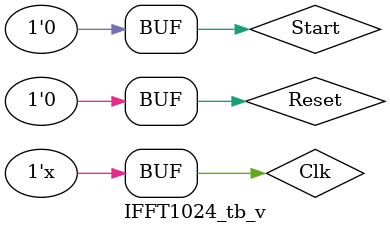
<source format=v>
`timescale 1ns / 1ps

module IFFT1024_tb_v;
	parameter PRE = 32;
		
	reg Clk;
	reg Reset, Start, Ack;
	reg signed [PRE-1:0] X_Re [1023:0];
	reg signed [PRE-1:0] X_Im [1023:0];
	integer timestamp;
	
	// Outputs
	wire [3:0] state;
	wire Done;
	wire signed [31:0] x_top_re;
	wire signed [31:0] x_top_im;
	wire signed [31:0] x_bot_re;
	wire signed [31:0] x_bot_im;	
	wire signed [31:0] x_re_0, x_re_1, x_re_2, x_re_3, x_re_4, x_re_5, x_re_6, x_re_7;
	wire signed [31:0] x_im_0, x_im_1, x_im_2, x_im_3, x_im_4, x_im_5, x_im_6, x_im_7;
	assign x_re_0 = X_Re[0];
	assign x_re_1 = X_Re[1];
	assign x_re_2 = X_Re[2];
	assign x_re_3 = X_Re[3];
	assign x_re_4 = X_Re[4];
	assign x_re_5 = X_Re[5];
	assign x_re_6 = X_Re[6];
	assign x_re_7 = X_Re[7];
	assign x_im_0 = X_Im[0];
	assign x_im_1 = X_Im[1];
	assign x_im_2 = X_Im[2];
	assign x_im_3 = X_Im[3];
	assign x_im_4 = X_Im[4];
	assign x_im_5 = X_Im[5];
	assign x_im_6 = X_Im[6];
	assign x_im_7 = X_Im[7];	
	
	// Internal
	wire signed [31:0] y_top_re;
	wire signed [31:0] y_top_im;
	wire signed [31:0] y_bot_re;
	wire signed [31:0] y_bot_im;
	wire [9:0]  i_top, i_bot;
	assign x_top_re = X_Re[i_top];
	assign x_top_im = X_Im[i_top];
	assign x_bot_re = X_Re[i_bot];
	assign x_bot_im = X_Im[i_bot];
	
		
	
	// Instantiate the Unit Under Test (UUT)
	FFT1024 uut_ifft (
		//	Ins
		.Clk(Clk),
		.Reset(Reset),
		.Start(Start),
		.Ack(Ack),
		// Swap the reals and ims
		.x_top_re(X_Im[i_top]),
		.x_top_im(X_Re[i_top]),
		.x_bot_re(X_Im[i_bot]),
		.x_bot_im(X_Re[i_bot]),
		//	Outs
		.i_top(i_top),
		.i_bot(i_bot),
		// Swap reals and ims
		.y_top_re(y_top_im),
		.y_top_im(y_top_re),
		.y_bot_re(y_bot_im),
		.y_bot_im(y_bot_re),
		.Done(Done),
		.state(state)
	);
	
	
	initial
	begin
		Clk = 0; // Initialize clock
		Start = 0;
		Reset = 0;
	end
	
	// Keep clock running
	always
	begin
		#20; 
		Clk = ~ Clk; 
	end
	
	//	Here's how to use the butterfly unit
	always @(posedge Clk)
	begin
		timestamp <= timestamp + 1;
		case(state)
			4'd1: //Done
			begin
				$display("X[0]=%d + i%d", X_Re[0]>>>10, X_Im[0]>>>10);
				$display("X[1]=%d + i%d", X_Re[1]>>>10, X_Im[1]>>>10);
				$display("X[2]=%d + i%d", X_Re[2]>>>10, X_Im[2]>>>10);
				$display("X[3]=%d + i%d", X_Re[3]>>>10, X_Im[3]>>>10);
				$display("X[4]=%d + i%d", X_Re[4]>>>10, X_Im[4]>>>10);
				$display("X[5]=%d + i%d", X_Re[5]>>>10, X_Im[5]>>>10);
				$display("X[6]=%d + i%d", X_Re[6]>>>10, X_Im[6]>>>10);
				$display("X[7]=%d + i%d", X_Re[7]>>>10, X_Im[7]>>>10);
				Ack = 1;
			end
			4'd2: //Proc
			begin
				$display("Time: %d", timestamp);
				$display("  i_top %b i_bot %b", i_top, i_bot);
				$display("  x_top_re %d x_bot_re %d", X_Re[i_top], X_Re[i_bot]);
				$display("  y_top %d + i%d y_bot %d + i%d", y_top_re, y_top_im, y_bot_re, y_bot_im);
				X_Re[i_top] <= y_top_re;
				X_Im[i_top] <= y_top_im;
				X_Re[i_bot] <= y_bot_re;
				X_Im[i_bot] <= y_bot_im;
			end
		endcase
	end
	
	//	Just setup
	initial
	begin
		timestamp = 0;
		Start = 0;
		Reset = 0;
		Ack = 0;
		#10
		Reset = 1;
		#200
		// IFFT
		X_Re[0]=32'd87845; X_Re[512]=32'd3344; X_Re[256]=32'd8055; X_Re[768]=-32'd3237; X_Re[128]=-32'd3178; X_Re[640]=-32'd8097; X_Re[384]=-32'd13493; X_Re[896]=-32'd45742; X_Re[64]=-32'd5662; X_Re[576]=-32'd166613; X_Re[320]=-32'd45666; X_Re[832]=32'd71943; X_Re[192]=-32'd7187; X_Re[704]=-32'd40016; X_Re[448]=32'd2080; X_Re[960]=32'd16013; X_Re[32]=-32'd12426; X_Re[544]=32'd41019; X_Re[288]=-32'd32079; X_Re[800]=-32'd54871; X_Re[160]=32'd1037; X_Re[672]=-32'd19342; X_Re[416]=-32'd4748; X_Re[928]=32'd13800; X_Re[96]=-32'd5577; X_Re[608]=32'd2592; X_Re[352]=32'd41646; X_Re[864]=-32'd73347; X_Re[224]=-32'd34797; X_Re[736]=-32'd23890; X_Re[480]=-32'd38433; X_Re[992]=-32'd23713; X_Re[16]=-32'd20014; X_Re[528]=-32'd10798; X_Re[272]=-32'd22086; X_Re[784]=32'd31774; X_Re[144]=-32'd57943; X_Re[656]=-32'd33674; X_Re[400]=-32'd92155; X_Re[912]=-32'd219111; X_Re[80]=32'd422815; X_Re[592]=32'd77266; X_Re[336]=32'd48085; X_Re[848]=32'd19080; X_Re[208]=32'd71278; X_Re[720]=32'd32371; X_Re[464]=32'd7926; X_Re[976]=32'd35091; X_Re[48]=32'd37484; X_Re[560]=32'd19509; X_Re[304]=32'd18707; X_Re[816]=32'd44296; X_Re[176]=32'd3041; X_Re[688]=32'd200812; X_Re[432]=-32'd32042; X_Re[944]=-32'd2465; X_Re[112]=32'd19028; X_Re[624]=32'd16164; X_Re[368]=32'd99801; X_Re[880]=32'd172680; X_Re[240]=-32'd374488; X_Re[752]=-32'd76563; X_Re[496]=-32'd68355; X_Re[1008]=-32'd73725; X_Re[8]=-32'd89550; X_Re[520]=-32'd84078; X_Re[264]=-32'd350559; X_Re[776]=-32'd220475; X_Re[136]=32'd25897; X_Re[648]=32'd98286; X_Re[392]=32'd24689; X_Re[904]=32'd86424; X_Re[72]=32'd20529; X_Re[584]=32'd27560; X_Re[328]=32'd24094; X_Re[840]=32'd20953; X_Re[200]=32'd15514; X_Re[712]=32'd18835; X_Re[456]=-32'd2159; X_Re[968]=-32'd322659; X_Re[40]=-32'd103143; X_Re[552]=32'd21865; X_Re[296]=32'd5014; X_Re[808]=32'd10478; X_Re[168]=32'd7487; X_Re[680]=32'd1599; X_Re[424]=32'd508; X_Re[936]=32'd6553; X_Re[104]=32'd12647; X_Re[616]=32'd328; X_Re[360]=32'd13322; X_Re[872]=32'd19519; X_Re[232]=32'd10361; X_Re[744]=32'd11635; X_Re[488]=32'd53368; X_Re[1000]=-32'd32083; X_Re[24]=-32'd1423; X_Re[536]=-32'd15483; X_Re[280]=-32'd6194; X_Re[792]=32'd3784; X_Re[152]=32'd2743; X_Re[664]=32'd2850; X_Re[408]=-32'd429; X_Re[920]=-32'd6999; X_Re[88]=-32'd8783; X_Re[600]=-32'd33732; X_Re[344]=32'd36890; X_Re[856]=32'd20766; X_Re[216]=32'd2968; X_Re[728]=32'd13462; X_Re[472]=-32'd870; X_Re[984]=32'd7264; X_Re[56]=-32'd4449; X_Re[568]=32'd4331; X_Re[312]=32'd8206; X_Re[824]=32'd3472; X_Re[184]=32'd7848; X_Re[696]=32'd24008; X_Re[440]=-32'd14034; X_Re[952]=-32'd93185; X_Re[120]=32'd35868; X_Re[632]=-32'd8956; X_Re[376]=32'd16199; X_Re[888]=32'd4346; X_Re[248]=-32'd653; X_Re[760]=32'd11710; X_Re[504]=32'd242; X_Re[1016]=-32'd2025; X_Re[4]=-32'd2026; X_Re[516]=-32'd5956; X_Re[260]=32'd1626; X_Re[772]=-32'd5217; X_Re[132]=32'd28921; X_Re[644]=32'd348596; X_Re[388]=32'd70108; X_Re[900]=-32'd59599; X_Re[68]=32'd4423; X_Re[580]=-32'd10221; X_Re[324]=-32'd2938; X_Re[836]=-32'd7719; X_Re[196]=-32'd14770; X_Re[708]=32'd24684; X_Re[452]=32'd8862; X_Re[964]=-32'd7572; X_Re[36]=32'd2346; X_Re[548]=32'd1621; X_Re[292]=32'd7001; X_Re[804]=32'd5648; X_Re[164]=32'd1191; X_Re[676]=32'd3541; X_Re[420]=32'd8099; X_Re[932]=32'd9251; X_Re[100]=32'd4481; X_Re[612]=32'd5927; X_Re[356]=-32'd785; X_Re[868]=32'd7908; X_Re[228]=-32'd9583; X_Re[740]=32'd16551; X_Re[484]=32'd43192; X_Re[996]=-32'd26098; X_Re[20]=32'd44207; X_Re[532]=-32'd53731; X_Re[276]=-32'd13945; X_Re[788]=32'd7595; X_Re[148]=-32'd18047; X_Re[660]=-32'd7142; X_Re[404]=32'd2843; X_Re[916]=-32'd9092; X_Re[84]=-32'd5662; X_Re[596]=32'd6326; X_Re[340]=-32'd4492; X_Re[852]=-32'd4310; X_Re[212]=-32'd6699; X_Re[724]=32'd3645; X_Re[468]=-32'd5322; X_Re[980]=32'd72; X_Re[52]=-32'd8022; X_Re[564]=-32'd10941; X_Re[308]=32'd21188; X_Re[820]=-32'd36128; X_Re[180]=32'd6839; X_Re[692]=32'd7248; X_Re[436]=-32'd1081; X_Re[948]=-32'd10342; X_Re[116]=-32'd5390; X_Re[628]=-32'd1703; X_Re[372]=-32'd9567; X_Re[884]=-32'd2829; X_Re[244]=-32'd1650; X_Re[756]=32'd33592; X_Re[500]=-32'd5174; X_Re[1012]=-32'd4157; X_Re[12]=-32'd4998; X_Re[524]=-32'd13655; X_Re[268]=-32'd12119; X_Re[780]=-32'd25781; X_Re[140]=-32'd36556; X_Re[652]=-32'd22939; X_Re[396]=32'd11030; X_Re[908]=32'd73677; X_Re[76]=32'd79471; X_Re[588]=-32'd12893; X_Re[332]=32'd45500; X_Re[844]=32'd22040; X_Re[204]=32'd113; X_Re[716]=32'd14818; X_Re[460]=32'd13157; X_Re[972]=32'd8849; X_Re[44]=32'd7302; X_Re[556]=32'd3742; X_Re[300]=32'd1597; X_Re[812]=-32'd4435; X_Re[172]=32'd12250; X_Re[684]=32'd14568; X_Re[428]=32'd5259; X_Re[940]=32'd6701; X_Re[108]=32'd1389; X_Re[620]=32'd5842; X_Re[364]=32'd4029; X_Re[876]=-32'd4858; X_Re[236]=-32'd3645; X_Re[748]=-32'd672; X_Re[492]=32'd4974; X_Re[1004]=32'd18305; X_Re[28]=32'd1586; X_Re[540]=32'd3644; X_Re[284]=-32'd3440; X_Re[796]=-32'd1443; X_Re[156]=32'd2725; X_Re[668]=-32'd1024; X_Re[412]=32'd5750; X_Re[924]=32'd2656; X_Re[92]=-32'd1000; X_Re[604]=-32'd3814; X_Re[348]=32'd12974; X_Re[860]=32'd444; X_Re[220]=-32'd135; X_Re[732]=-32'd17114; X_Re[476]=-32'd20408; X_Re[988]=32'd15575; X_Re[60]=32'd23887; X_Re[572]=-32'd5678; X_Re[316]=32'd2716; X_Re[828]=32'd7430; X_Re[188]=32'd5149; X_Re[700]=32'd1347; X_Re[444]=32'd198; X_Re[956]=32'd4325; X_Re[124]=32'd1647; X_Re[636]=32'd2362; X_Re[380]=-32'd4211; X_Re[892]=-32'd4557; X_Re[252]=32'd247; X_Re[764]=32'd561; X_Re[508]=-32'd2300; X_Re[1020]=-32'd2812; X_Re[2]=32'd4199; X_Re[514]=32'd6102; X_Re[258]=32'd2286; X_Re[770]=-32'd1321; X_Re[130]=32'd3711; X_Re[642]=-32'd4232; X_Re[386]=-32'd1814; X_Re[898]=-32'd1966; X_Re[66]=-32'd20260; X_Re[578]=-32'd12043; X_Re[322]=-32'd27418; X_Re[834]=32'd74501; X_Re[194]=-32'd12580; X_Re[706]=32'd51561; X_Re[450]=32'd38212; X_Re[962]=32'd5018; X_Re[34]=32'd10433; X_Re[546]=32'd1041; X_Re[290]=32'd4839; X_Re[802]=-32'd2275; X_Re[162]=32'd1240; X_Re[674]=-32'd9718; X_Re[418]=32'd19251; X_Re[930]=32'd15875; X_Re[98]=32'd24907; X_Re[610]=-32'd17830; X_Re[354]=32'd22972; X_Re[866]=-32'd15060; X_Re[226]=-32'd17454; X_Re[738]=32'd14979; X_Re[482]=32'd5478; X_Re[994]=32'd8163; X_Re[18]=32'd9653; X_Re[530]=32'd7815; X_Re[274]=-32'd4390; X_Re[786]=-32'd1107; X_Re[146]=32'd4921; X_Re[658]=32'd5641; X_Re[402]=32'd8048; X_Re[914]=32'd20142; X_Re[82]=32'd304; X_Re[594]=-32'd21717; X_Re[338]=-32'd15387; X_Re[850]=32'd910; X_Re[210]=-32'd5584; X_Re[722]=-32'd2360; X_Re[466]=-32'd4573; X_Re[978]=32'd4507; X_Re[50]=-32'd468; X_Re[562]=-32'd2353; X_Re[306]=-32'd4686; X_Re[818]=-32'd997; X_Re[178]=32'd3014; X_Re[690]=-32'd3343; X_Re[434]=-32'd10076; X_Re[946]=-32'd4711; X_Re[114]=-32'd119; X_Re[626]=-32'd8284; X_Re[370]=-32'd6385; X_Re[882]=32'd1001; X_Re[242]=-32'd20754; X_Re[754]=32'd6510; X_Re[498]=32'd9622; X_Re[1010]=-32'd12026; X_Re[10]=32'd2135; X_Re[522]=32'd4892; X_Re[266]=32'd14113; X_Re[778]=32'd12783; X_Re[138]=32'd9026; X_Re[650]=-32'd3351; X_Re[394]=-32'd3522; X_Re[906]=-32'd1883; X_Re[74]=-32'd2104; X_Re[586]=32'd2955; X_Re[330]=32'd1624; X_Re[842]=32'd9906; X_Re[202]=-32'd31088; X_Re[714]=-32'd69284; X_Re[458]=-32'd21741; X_Re[970]=32'd26174; X_Re[42]=32'd21107; X_Re[554]=32'd27095; X_Re[298]=32'd17744; X_Re[810]=32'd7843; X_Re[170]=32'd3575; X_Re[682]=32'd5268; X_Re[426]=32'd2275; X_Re[938]=32'd5093; X_Re[106]=32'd4152; X_Re[618]=32'd6587; X_Re[362]=32'd5706; X_Re[874]=32'd9694; X_Re[234]=-32'd219; X_Re[746]=-32'd6394; X_Re[490]=32'd9541; X_Re[1002]=32'd419; X_Re[26]=-32'd6571; X_Re[538]=-32'd12040; X_Re[282]=32'd12326; X_Re[794]=32'd13884; X_Re[154]=-32'd2894; X_Re[666]=32'd10079; X_Re[410]=32'd498; X_Re[922]=-32'd3106; X_Re[90]=32'd11603; X_Re[602]=-32'd2867; X_Re[346]=32'd3477; X_Re[858]=-32'd5876; X_Re[218]=-32'd3806; X_Re[730]=-32'd14665; X_Re[474]=32'd4292; X_Re[986]=32'd2298; X_Re[58]=32'd1134; X_Re[570]=32'd4562; X_Re[314]=-32'd4028; X_Re[826]=32'd1076; X_Re[186]=32'd1307; X_Re[698]=32'd1266; X_Re[442]=32'd5262; X_Re[954]=-32'd3120; X_Re[122]=32'd2932; X_Re[634]=32'd1223; X_Re[378]=32'd4195; X_Re[890]=32'd8723; X_Re[250]=32'd2828; X_Re[762]=-32'd2569; X_Re[506]=32'd185; X_Re[1018]=32'd791; X_Re[6]=32'd3287; X_Re[518]=32'd2779; X_Re[262]=32'd1264; X_Re[774]=32'd1993; X_Re[134]=-32'd2303; X_Re[646]=-32'd5224; X_Re[390]=32'd4668; X_Re[902]=-32'd484; X_Re[70]=-32'd1336; X_Re[582]=32'd3668; X_Re[326]=32'd7126; X_Re[838]=-32'd696; X_Re[198]=32'd5664; X_Re[710]=32'd6114; X_Re[454]=32'd5014; X_Re[966]=-32'd6974; X_Re[38]=32'd6777; X_Re[550]=-32'd5889; X_Re[294]=32'd8449; X_Re[806]=-32'd10760; X_Re[166]=-32'd14396; X_Re[678]=32'd3588; X_Re[422]=-32'd2938; X_Re[934]=32'd1930; X_Re[102]=32'd524; X_Re[614]=-32'd10544; X_Re[358]=-32'd1736; X_Re[870]=-32'd11328; X_Re[230]=32'd1017; X_Re[742]=-32'd2833; X_Re[486]=-32'd6321; X_Re[998]=-32'd7040; X_Re[22]=-32'd1046; X_Re[534]=-32'd4148; X_Re[278]=32'd8989; X_Re[790]=32'd14251; X_Re[150]=32'd1665; X_Re[662]=32'd9134; X_Re[406]=-32'd3527; X_Re[918]=32'd487; X_Re[86]=-32'd8390; X_Re[598]=-32'd7080; X_Re[342]=-32'd1364; X_Re[854]=-32'd5337; X_Re[214]=-32'd3161; X_Re[726]=32'd4474; X_Re[470]=32'd771; X_Re[982]=32'd11294; X_Re[54]=32'd710; X_Re[566]=32'd4136; X_Re[310]=-32'd1406; X_Re[822]=32'd1701; X_Re[182]=32'd3648; X_Re[694]=-32'd2515; X_Re[438]=32'd5600; X_Re[950]=-32'd1077; X_Re[118]=-32'd5290; X_Re[630]=-32'd1696; X_Re[374]=32'd253; X_Re[886]=-32'd3289; X_Re[246]=-32'd3339; X_Re[758]=32'd2039; X_Re[502]=-32'd239; X_Re[1014]=-32'd744; X_Re[14]=-32'd438; X_Re[526]=-32'd648; X_Re[270]=32'd4640; X_Re[782]=-32'd785; X_Re[142]=32'd3136; X_Re[654]=-32'd1347; X_Re[398]=-32'd2142; X_Re[910]=32'd81; X_Re[78]=-32'd610; X_Re[590]=32'd3765; X_Re[334]=32'd4386; X_Re[846]=32'd5782; X_Re[206]=-32'd4289; X_Re[718]=-32'd2578; X_Re[462]=-32'd7178; X_Re[974]=32'd2181; X_Re[46]=-32'd983; X_Re[558]=32'd478; X_Re[302]=-32'd12519; X_Re[814]=-32'd5800; X_Re[174]=-32'd11525; X_Re[686]=-32'd3360; X_Re[430]=-32'd9081; X_Re[942]=-32'd5005; X_Re[110]=32'd12347; X_Re[622]=32'd6589; X_Re[366]=-32'd4590; X_Re[878]=-32'd7421; X_Re[238]=-32'd7911; X_Re[750]=-32'd3481; X_Re[494]=32'd503; X_Re[1006]=-32'd4816; X_Re[30]=-32'd66; X_Re[542]=-32'd3201; X_Re[286]=-32'd4789; X_Re[798]=32'd468; X_Re[158]=32'd259; X_Re[670]=32'd2268; X_Re[414]=32'd14370; X_Re[926]=32'd7708; X_Re[94]=32'd12342; X_Re[606]=-32'd582; X_Re[350]=32'd3663; X_Re[862]=-32'd3903; X_Re[222]=-32'd8920; X_Re[734]=-32'd857; X_Re[478]=-32'd4053; X_Re[990]=-32'd1268; X_Re[62]=32'd5599; X_Re[574]=32'd3546; X_Re[318]=-32'd1949; X_Re[830]=-32'd2754; X_Re[190]=32'd5736; X_Re[702]=32'd725; X_Re[446]=-32'd6801; X_Re[958]=32'd4936; X_Re[126]=-32'd1656; X_Re[638]=-32'd1849; X_Re[382]=-32'd7295; X_Re[894]=32'd7049; X_Re[254]=-32'd804; X_Re[766]=32'd3487; X_Re[510]=-32'd2807; X_Re[1022]=32'd1575; X_Re[1]=-32'd1627; X_Re[513]=32'd1575; X_Re[257]=-32'd2807; X_Re[769]=32'd3487; X_Re[129]=-32'd804; X_Re[641]=32'd7049; X_Re[385]=-32'd7295; X_Re[897]=-32'd1849; X_Re[65]=-32'd1656; X_Re[577]=32'd4936; X_Re[321]=-32'd6801; X_Re[833]=32'd725; X_Re[193]=32'd5736; X_Re[705]=-32'd2754; X_Re[449]=-32'd1949; X_Re[961]=32'd3546; X_Re[33]=32'd5599; X_Re[545]=-32'd1268; X_Re[289]=-32'd4053; X_Re[801]=-32'd857; X_Re[161]=-32'd8920; X_Re[673]=-32'd3903; X_Re[417]=32'd3663; X_Re[929]=-32'd582; X_Re[97]=32'd12342; X_Re[609]=32'd7708; X_Re[353]=32'd14370; X_Re[865]=32'd2268; X_Re[225]=32'd259; X_Re[737]=32'd468; X_Re[481]=-32'd4789; X_Re[993]=-32'd3201; X_Re[17]=-32'd66; X_Re[529]=-32'd4816; X_Re[273]=32'd503; X_Re[785]=-32'd3481; X_Re[145]=-32'd7911; X_Re[657]=-32'd7421; X_Re[401]=-32'd4590; X_Re[913]=32'd6589; X_Re[81]=32'd12347; X_Re[593]=-32'd5005; X_Re[337]=-32'd9081; X_Re[849]=-32'd3360; X_Re[209]=-32'd11525; X_Re[721]=-32'd5800; X_Re[465]=-32'd12519; X_Re[977]=32'd478; X_Re[49]=-32'd983; X_Re[561]=32'd2181; X_Re[305]=-32'd7178; X_Re[817]=-32'd2578; X_Re[177]=-32'd4289; X_Re[689]=32'd5782; X_Re[433]=32'd4386; X_Re[945]=32'd3765; X_Re[113]=-32'd610; X_Re[625]=32'd81; X_Re[369]=-32'd2142; X_Re[881]=-32'd1347; X_Re[241]=32'd3136; X_Re[753]=-32'd785; X_Re[497]=32'd4640; X_Re[1009]=-32'd648; X_Re[9]=-32'd438; X_Re[521]=-32'd744; X_Re[265]=-32'd239; X_Re[777]=32'd2039; X_Re[137]=-32'd3339; X_Re[649]=-32'd3289; X_Re[393]=32'd253; X_Re[905]=-32'd1696; X_Re[73]=-32'd5290; X_Re[585]=-32'd1077; X_Re[329]=32'd5600; X_Re[841]=-32'd2515; X_Re[201]=32'd3648; X_Re[713]=32'd1701; X_Re[457]=-32'd1406; X_Re[969]=32'd4136; X_Re[41]=32'd710; X_Re[553]=32'd11294; X_Re[297]=32'd771; X_Re[809]=32'd4474; X_Re[169]=-32'd3161; X_Re[681]=-32'd5337; X_Re[425]=-32'd1364; X_Re[937]=-32'd7080; X_Re[105]=-32'd8390; X_Re[617]=32'd487; X_Re[361]=-32'd3527; X_Re[873]=32'd9134; X_Re[233]=32'd1665; X_Re[745]=32'd14251; X_Re[489]=32'd8989; X_Re[1001]=-32'd4148; X_Re[25]=-32'd1046; X_Re[537]=-32'd7040; X_Re[281]=-32'd6321; X_Re[793]=-32'd2833; X_Re[153]=32'd1017; X_Re[665]=-32'd11328; X_Re[409]=-32'd1736; X_Re[921]=-32'd10544; X_Re[89]=32'd524; X_Re[601]=32'd1930; X_Re[345]=-32'd2938; X_Re[857]=32'd3588; X_Re[217]=-32'd14396; X_Re[729]=-32'd10760; X_Re[473]=32'd8449; X_Re[985]=-32'd5889; X_Re[57]=32'd6777; X_Re[569]=-32'd6974; X_Re[313]=32'd5014; X_Re[825]=32'd6114; X_Re[185]=32'd5664; X_Re[697]=-32'd696; X_Re[441]=32'd7126; X_Re[953]=32'd3668; X_Re[121]=-32'd1336; X_Re[633]=-32'd484; X_Re[377]=32'd4668; X_Re[889]=-32'd5224; X_Re[249]=-32'd2303; X_Re[761]=32'd1993; X_Re[505]=32'd1264; X_Re[1017]=32'd2779; X_Re[5]=32'd3287; X_Re[517]=32'd791; X_Re[261]=32'd185; X_Re[773]=-32'd2569; X_Re[133]=32'd2828; X_Re[645]=32'd8723; X_Re[389]=32'd4195; X_Re[901]=32'd1223; X_Re[69]=32'd2932; X_Re[581]=-32'd3120; X_Re[325]=32'd5262; X_Re[837]=32'd1266; X_Re[197]=32'd1307; X_Re[709]=32'd1076; X_Re[453]=-32'd4028; X_Re[965]=32'd4562; X_Re[37]=32'd1134; X_Re[549]=32'd2298; X_Re[293]=32'd4292; X_Re[805]=-32'd14665; X_Re[165]=-32'd3806; X_Re[677]=-32'd5876; X_Re[421]=32'd3477; X_Re[933]=-32'd2867; X_Re[101]=32'd11603; X_Re[613]=-32'd3106; X_Re[357]=32'd498; X_Re[869]=32'd10079; X_Re[229]=-32'd2894; X_Re[741]=32'd13884; X_Re[485]=32'd12326; X_Re[997]=-32'd12040; X_Re[21]=-32'd6571; X_Re[533]=32'd419; X_Re[277]=32'd9541; X_Re[789]=-32'd6394; X_Re[149]=-32'd219; X_Re[661]=32'd9694; X_Re[405]=32'd5706; X_Re[917]=32'd6587; X_Re[85]=32'd4152; X_Re[597]=32'd5093; X_Re[341]=32'd2275; X_Re[853]=32'd5268; X_Re[213]=32'd3575; X_Re[725]=32'd7843; X_Re[469]=32'd17744; X_Re[981]=32'd27095; X_Re[53]=32'd21107; X_Re[565]=32'd26174; X_Re[309]=-32'd21741; X_Re[821]=-32'd69284; X_Re[181]=-32'd31088; X_Re[693]=32'd9906; X_Re[437]=32'd1624; X_Re[949]=32'd2955; X_Re[117]=-32'd2104; X_Re[629]=-32'd1883; X_Re[373]=-32'd3522; X_Re[885]=-32'd3351; X_Re[245]=32'd9026; X_Re[757]=32'd12783; X_Re[501]=32'd14113; X_Re[1013]=32'd4892; X_Re[13]=32'd2135; X_Re[525]=-32'd12026; X_Re[269]=32'd9622; X_Re[781]=32'd6510; X_Re[141]=-32'd20754; X_Re[653]=32'd1001; X_Re[397]=-32'd6385; X_Re[909]=-32'd8284; X_Re[77]=-32'd119; X_Re[589]=-32'd4711; X_Re[333]=-32'd10076; X_Re[845]=-32'd3343; X_Re[205]=32'd3014; X_Re[717]=-32'd997; X_Re[461]=-32'd4686; X_Re[973]=-32'd2353; X_Re[45]=-32'd468; X_Re[557]=32'd4507; X_Re[301]=-32'd4573; X_Re[813]=-32'd2360; X_Re[173]=-32'd5584; X_Re[685]=32'd910; X_Re[429]=-32'd15387; X_Re[941]=-32'd21717; X_Re[109]=32'd304; X_Re[621]=32'd20142; X_Re[365]=32'd8048; X_Re[877]=32'd5641; X_Re[237]=32'd4921; X_Re[749]=-32'd1107; X_Re[493]=-32'd4390; X_Re[1005]=32'd7815; X_Re[29]=32'd9653; X_Re[541]=32'd8163; X_Re[285]=32'd5478; X_Re[797]=32'd14979; X_Re[157]=-32'd17454; X_Re[669]=-32'd15060; X_Re[413]=32'd22972; X_Re[925]=-32'd17830; X_Re[93]=32'd24907; X_Re[605]=32'd15875; X_Re[349]=32'd19251; X_Re[861]=-32'd9718; X_Re[221]=32'd1240; X_Re[733]=-32'd2275; X_Re[477]=32'd4839; X_Re[989]=32'd1041; X_Re[61]=32'd10433; X_Re[573]=32'd5018; X_Re[317]=32'd38212; X_Re[829]=32'd51561; X_Re[189]=-32'd12580; X_Re[701]=32'd74501; X_Re[445]=-32'd27418; X_Re[957]=-32'd12043; X_Re[125]=-32'd20260; X_Re[637]=-32'd1966; X_Re[381]=-32'd1814; X_Re[893]=-32'd4232; X_Re[253]=32'd3711; X_Re[765]=-32'd1321; X_Re[509]=32'd2286; X_Re[1021]=32'd6102; X_Re[3]=32'd4199; X_Re[515]=-32'd2812; X_Re[259]=-32'd2300; X_Re[771]=32'd561; X_Re[131]=32'd247; X_Re[643]=-32'd4557; X_Re[387]=-32'd4211; X_Re[899]=32'd2362; X_Re[67]=32'd1647; X_Re[579]=32'd4325; X_Re[323]=32'd198; X_Re[835]=32'd1347; X_Re[195]=32'd5149; X_Re[707]=32'd7430; X_Re[451]=32'd2716; X_Re[963]=-32'd5678; X_Re[35]=32'd23887; X_Re[547]=32'd15575; X_Re[291]=-32'd20408; X_Re[803]=-32'd17114; X_Re[163]=-32'd135; X_Re[675]=32'd444; X_Re[419]=32'd12974; X_Re[931]=-32'd3814; X_Re[99]=-32'd1000; X_Re[611]=32'd2656; X_Re[355]=32'd5750; X_Re[867]=-32'd1024; X_Re[227]=32'd2725; X_Re[739]=-32'd1443; X_Re[483]=-32'd3440; X_Re[995]=32'd3644; X_Re[19]=32'd1586; X_Re[531]=32'd18305; X_Re[275]=32'd4974; X_Re[787]=-32'd672; X_Re[147]=-32'd3645; X_Re[659]=-32'd4858; X_Re[403]=32'd4029; X_Re[915]=32'd5842; X_Re[83]=32'd1389; X_Re[595]=32'd6701; X_Re[339]=32'd5259; X_Re[851]=32'd14568; X_Re[211]=32'd12250; X_Re[723]=-32'd4435; X_Re[467]=32'd1597; X_Re[979]=32'd3742; X_Re[51]=32'd7302; X_Re[563]=32'd8849; X_Re[307]=32'd13157; X_Re[819]=32'd14818; X_Re[179]=32'd113; X_Re[691]=32'd22040; X_Re[435]=32'd45500; X_Re[947]=-32'd12893; X_Re[115]=32'd79471; X_Re[627]=32'd73677; X_Re[371]=32'd11030; X_Re[883]=-32'd22939; X_Re[243]=-32'd36556; X_Re[755]=-32'd25781; X_Re[499]=-32'd12119; X_Re[1011]=-32'd13655; X_Re[11]=-32'd4998; X_Re[523]=-32'd4157; X_Re[267]=-32'd5174; X_Re[779]=32'd33592; X_Re[139]=-32'd1650; X_Re[651]=-32'd2829; X_Re[395]=-32'd9567; X_Re[907]=-32'd1703; X_Re[75]=-32'd5390; X_Re[587]=-32'd10342; X_Re[331]=-32'd1081; X_Re[843]=32'd7248; X_Re[203]=32'd6839; X_Re[715]=-32'd36128; X_Re[459]=32'd21188; X_Re[971]=-32'd10941; X_Re[43]=-32'd8022; X_Re[555]=32'd72; X_Re[299]=-32'd5322; X_Re[811]=32'd3645; X_Re[171]=-32'd6699; X_Re[683]=-32'd4310; X_Re[427]=-32'd4492; X_Re[939]=32'd6326; X_Re[107]=-32'd5662; X_Re[619]=-32'd9092; X_Re[363]=32'd2843; X_Re[875]=-32'd7142; X_Re[235]=-32'd18047; X_Re[747]=32'd7595; X_Re[491]=-32'd13945; X_Re[1003]=-32'd53731; X_Re[27]=32'd44207; X_Re[539]=-32'd26098; X_Re[283]=32'd43192; X_Re[795]=32'd16551; X_Re[155]=-32'd9583; X_Re[667]=32'd7908; X_Re[411]=-32'd785; X_Re[923]=32'd5927; X_Re[91]=32'd4481; X_Re[603]=32'd9251; X_Re[347]=32'd8099; X_Re[859]=32'd3541; X_Re[219]=32'd1191; X_Re[731]=32'd5648; X_Re[475]=32'd7001; X_Re[987]=32'd1621; X_Re[59]=32'd2346; X_Re[571]=-32'd7572; X_Re[315]=32'd8862; X_Re[827]=32'd24684; X_Re[187]=-32'd14770; X_Re[699]=-32'd7719; X_Re[443]=-32'd2938; X_Re[955]=-32'd10221; X_Re[123]=32'd4423; X_Re[635]=-32'd59599; X_Re[379]=32'd70108; X_Re[891]=32'd348596; X_Re[251]=32'd28921; X_Re[763]=-32'd5217; X_Re[507]=32'd1626; X_Re[1019]=-32'd5956; X_Re[7]=-32'd2026; X_Re[519]=-32'd2025; X_Re[263]=32'd242; X_Re[775]=32'd11710; X_Re[135]=-32'd653; X_Re[647]=32'd4346; X_Re[391]=32'd16199; X_Re[903]=-32'd8956; X_Re[71]=32'd35868; X_Re[583]=-32'd93185; X_Re[327]=-32'd14034; X_Re[839]=32'd24008; X_Re[199]=32'd7848; X_Re[711]=32'd3472; X_Re[455]=32'd8206; X_Re[967]=32'd4331; X_Re[39]=-32'd4449; X_Re[551]=32'd7264; X_Re[295]=-32'd870; X_Re[807]=32'd13462; X_Re[167]=32'd2968; X_Re[679]=32'd20766; X_Re[423]=32'd36890; X_Re[935]=-32'd33732; X_Re[103]=-32'd8783; X_Re[615]=-32'd6999; X_Re[359]=-32'd429; X_Re[871]=32'd2850; X_Re[231]=32'd2743; X_Re[743]=32'd3784; X_Re[487]=-32'd6194; X_Re[999]=-32'd15483; X_Re[23]=-32'd1423; X_Re[535]=-32'd32083; X_Re[279]=32'd53368; X_Re[791]=32'd11635; X_Re[151]=32'd10361; X_Re[663]=32'd19519; X_Re[407]=32'd13322; X_Re[919]=32'd328; X_Re[87]=32'd12647; X_Re[599]=32'd6553; X_Re[343]=32'd508; X_Re[855]=32'd1599; X_Re[215]=32'd7487; X_Re[727]=32'd10478; X_Re[471]=32'd5014; X_Re[983]=32'd21865; X_Re[55]=-32'd103143; X_Re[567]=-32'd322659; X_Re[311]=-32'd2159; X_Re[823]=32'd18835; X_Re[183]=32'd15514; X_Re[695]=32'd20953; X_Re[439]=32'd24094; X_Re[951]=32'd27560; X_Re[119]=32'd20529; X_Re[631]=32'd86424; X_Re[375]=32'd24689; X_Re[887]=32'd98286; X_Re[247]=32'd25897; X_Re[759]=-32'd220475; X_Re[503]=-32'd350559; X_Re[1015]=-32'd84078; X_Re[15]=-32'd89550; X_Re[527]=-32'd73725; X_Re[271]=-32'd68355; X_Re[783]=-32'd76563; X_Re[143]=-32'd374488; X_Re[655]=32'd172680; X_Re[399]=32'd99801; X_Re[911]=32'd16164; X_Re[79]=32'd19028; X_Re[591]=-32'd2465; X_Re[335]=-32'd32042; X_Re[847]=32'd200812; X_Re[207]=32'd3041; X_Re[719]=32'd44296; X_Re[463]=32'd18707; X_Re[975]=32'd19509; X_Re[47]=32'd37484; X_Re[559]=32'd35091; X_Re[303]=32'd7926; X_Re[815]=32'd32371; X_Re[175]=32'd71278; X_Re[687]=32'd19080; X_Re[431]=32'd48085; X_Re[943]=32'd77266; X_Re[111]=32'd422815; X_Re[623]=-32'd219111; X_Re[367]=-32'd92155; X_Re[879]=-32'd33674; X_Re[239]=-32'd57943; X_Re[751]=32'd31774; X_Re[495]=-32'd22086; X_Re[1007]=-32'd10798; X_Re[31]=-32'd20014; X_Re[543]=-32'd23713; X_Re[287]=-32'd38433; X_Re[799]=-32'd23890; X_Re[159]=-32'd34797; X_Re[671]=-32'd73347; X_Re[415]=32'd41646; X_Re[927]=32'd2592; X_Re[95]=-32'd5577; X_Re[607]=32'd13800; X_Re[351]=-32'd4748; X_Re[863]=-32'd19342; X_Re[223]=32'd1037; X_Re[735]=-32'd54871; X_Re[479]=-32'd32079; X_Re[991]=32'd41019; X_Re[63]=-32'd12426; X_Re[575]=32'd16013; X_Re[319]=32'd2080; X_Re[831]=-32'd40016; X_Re[191]=-32'd7187; X_Re[703]=32'd71943; X_Re[447]=-32'd45666; X_Re[959]=-32'd166613; X_Re[127]=-32'd5662; X_Re[639]=-32'd45742; X_Re[383]=-32'd13493; X_Re[895]=-32'd8097; X_Re[255]=-32'd3178; X_Re[767]=-32'd3237; X_Re[511]=32'd8055; X_Re[1023]=32'd3344; 
		X_Im[0]=32'd0; X_Im[512]=-32'd1486; X_Im[256]=-32'd12913; X_Im[768]=-32'd28663; X_Im[128]=-32'd30790; X_Im[640]=-32'd34136; X_Im[384]=-32'd73376; X_Im[896]=32'd48603; X_Im[64]=-32'd40194; X_Im[576]=32'd139265; X_Im[320]=32'd35545; X_Im[832]=32'd12968; X_Im[192]=32'd25657; X_Im[704]=32'd94271; X_Im[448]=-32'd12300; X_Im[960]=32'd15022; X_Im[32]=32'd6583; X_Im[544]=32'd4976; X_Im[288]=32'd64934; X_Im[800]=32'd42162; X_Im[160]=32'd46940; X_Im[672]=32'd19111; X_Im[416]=32'd21141; X_Im[928]=-32'd17590; X_Im[96]=32'd12985; X_Im[608]=32'd8041; X_Im[352]=-32'd11679; X_Im[864]=32'd20701; X_Im[224]=32'd28244; X_Im[736]=32'd25853; X_Im[480]=32'd31296; X_Im[992]=32'd36200; X_Im[16]=32'd37022; X_Im[528]=32'd46075; X_Im[272]=32'd52457; X_Im[784]=32'd88522; X_Im[144]=32'd67934; X_Im[656]=32'd87548; X_Im[400]=32'd154365; X_Im[912]=32'd611736; X_Im[80]=-32'd332002; X_Im[592]=-32'd114939; X_Im[336]=-32'd77472; X_Im[848]=-32'd66258; X_Im[208]=-32'd22530; X_Im[720]=32'd40748; X_Im[464]=-32'd5987; X_Im[976]=32'd85512; X_Im[48]=-32'd26484; X_Im[560]=-32'd30607; X_Im[304]=-32'd7730; X_Im[816]=-32'd22785; X_Im[176]=32'd11192; X_Im[688]=32'd87188; X_Im[432]=-32'd32459; X_Im[944]=-32'd34272; X_Im[112]=-32'd44533; X_Im[624]=-32'd4368; X_Im[368]=-32'd88372; X_Im[880]=-32'd182053; X_Im[240]=32'd6643; X_Im[752]=-32'd5077; X_Im[496]=32'd8026; X_Im[1008]=32'd4488; X_Im[8]=-32'd10776; X_Im[520]=32'd6967; X_Im[264]=32'd124522; X_Im[776]=-32'd714901; X_Im[136]=32'd151433; X_Im[648]=32'd4696; X_Im[392]=32'd1668; X_Im[904]=-32'd63305; X_Im[72]=-32'd55297; X_Im[584]=-32'd10093; X_Im[328]=-32'd22629; X_Im[840]=-32'd33190; X_Im[200]=-32'd27931; X_Im[712]=-32'd40605; X_Im[456]=-32'd64712; X_Im[968]=-32'd183414; X_Im[40]=32'd70691; X_Im[552]=32'd75688; X_Im[296]=32'd34833; X_Im[808]=32'd23195; X_Im[168]=32'd12639; X_Im[680]=32'd14039; X_Im[424]=32'd9496; X_Im[936]=32'd11844; X_Im[104]=32'd46374; X_Im[616]=32'd66525; X_Im[360]=-32'd34823; X_Im[872]=-32'd30190; X_Im[232]=-32'd24689; X_Im[744]=-32'd7105; X_Im[488]=-32'd25124; X_Im[1000]=-32'd1563; X_Im[24]=-32'd11538; X_Im[536]=-32'd1057; X_Im[280]=32'd6873; X_Im[792]=-32'd1126; X_Im[152]=32'd2601; X_Im[664]=-32'd991; X_Im[408]=-32'd8961; X_Im[920]=-32'd5380; X_Im[88]=-32'd21730; X_Im[600]=-32'd11776; X_Im[344]=32'd22830; X_Im[856]=32'd8519; X_Im[216]=32'd4870; X_Im[728]=-32'd5188; X_Im[472]=-32'd8343; X_Im[984]=-32'd2572; X_Im[56]=-32'd32539; X_Im[568]=-32'd15082; X_Im[312]=-32'd32568; X_Im[824]=-32'd32225; X_Im[184]=-32'd54085; X_Im[696]=-32'd114821; X_Im[440]=-32'd30338; X_Im[952]=32'd133139; X_Im[120]=32'd159144; X_Im[632]=32'd4768; X_Im[376]=32'd32457; X_Im[888]=32'd8339; X_Im[248]=32'd21897; X_Im[760]=32'd22138; X_Im[504]=32'd17927; X_Im[1016]=32'd16925; X_Im[4]=32'd14000; X_Im[516]=32'd18947; X_Im[260]=32'd24502; X_Im[772]=32'd43848; X_Im[132]=32'd77885; X_Im[644]=-32'd29326; X_Im[388]=-32'd175459; X_Im[900]=32'd148481; X_Im[68]=-32'd17815; X_Im[580]=32'd13203; X_Im[324]=32'd5862; X_Im[836]=32'd9077; X_Im[196]=32'd17405; X_Im[708]=32'd42849; X_Im[452]=32'd10751; X_Im[964]=32'd7477; X_Im[36]=-32'd5964; X_Im[548]=32'd1260; X_Im[292]=32'd1; X_Im[804]=-32'd1974; X_Im[164]=-32'd339; X_Im[676]=32'd766; X_Im[420]=32'd3011; X_Im[932]=32'd4257; X_Im[100]=-32'd2636; X_Im[612]=32'd5153; X_Im[356]=-32'd89; X_Im[868]=-32'd676; X_Im[228]=-32'd4537; X_Im[740]=-32'd25667; X_Im[484]=-32'd38556; X_Im[996]=32'd73732; X_Im[20]=-32'd30401; X_Im[532]=-32'd45472; X_Im[276]=32'd10007; X_Im[788]=32'd3204; X_Im[148]=32'd14901; X_Im[660]=32'd8129; X_Im[404]=32'd9738; X_Im[916]=32'd5613; X_Im[84]=32'd7049; X_Im[596]=-32'd3376; X_Im[340]=32'd8437; X_Im[852]=-32'd3625; X_Im[212]=32'd5402; X_Im[724]=32'd6524; X_Im[468]=-32'd1992; X_Im[980]=32'd686; X_Im[52]=32'd2011; X_Im[564]=32'd10031; X_Im[308]=-32'd17162; X_Im[820]=32'd19053; X_Im[180]=32'd13251; X_Im[692]=32'd1537; X_Im[436]=-32'd2780; X_Im[948]=32'd1474; X_Im[116]=32'd11040; X_Im[628]=-32'd1846; X_Im[372]=32'd2570; X_Im[884]=32'd25003; X_Im[244]=32'd11756; X_Im[756]=-32'd15558; X_Im[500]=32'd4871; X_Im[1012]=32'd10858; X_Im[12]=32'd1345; X_Im[524]=32'd16888; X_Im[268]=32'd12192; X_Im[780]=32'd22139; X_Im[140]=32'd30560; X_Im[652]=32'd64467; X_Im[396]=32'd98891; X_Im[908]=32'd63798; X_Im[76]=32'd58461; X_Im[588]=-32'd134452; X_Im[332]=32'd4902; X_Im[844]=-32'd37908; X_Im[204]=-32'd25585; X_Im[716]=-32'd13828; X_Im[460]=-32'd20123; X_Im[972]=-32'd19440; X_Im[44]=-32'd13366; X_Im[556]=-32'd11450; X_Im[300]=-32'd10890; X_Im[812]=-32'd11523; X_Im[172]=32'd1116; X_Im[684]=-32'd18114; X_Im[428]=-32'd11902; X_Im[940]=-32'd12952; X_Im[108]=-32'd7149; X_Im[620]=-32'd13536; X_Im[364]=-32'd12617; X_Im[876]=-32'd10742; X_Im[236]=-32'd5421; X_Im[748]=-32'd6244; X_Im[492]=32'd9592; X_Im[1004]=-32'd11491; X_Im[28]=-32'd1015; X_Im[540]=-32'd7961; X_Im[284]=-32'd7358; X_Im[796]=-32'd4288; X_Im[156]=-32'd1380; X_Im[668]=32'd759; X_Im[412]=-32'd647; X_Im[924]=-32'd1958; X_Im[92]=-32'd4480; X_Im[604]=-32'd11132; X_Im[348]=-32'd3671; X_Im[860]=-32'd15006; X_Im[220]=32'd2644; X_Im[732]=-32'd16467; X_Im[476]=-32'd5439; X_Im[988]=-32'd7724; X_Im[60]=-32'd5725; X_Im[572]=-32'd3686; X_Im[316]=32'd15040; X_Im[828]=32'd543; X_Im[188]=-32'd2579; X_Im[700]=-32'd4814; X_Im[444]=-32'd6068; X_Im[956]=32'd93; X_Im[124]=-32'd1652; X_Im[636]=-32'd4159; X_Im[380]=-32'd2390; X_Im[892]=-32'd2923; X_Im[252]=32'd3903; X_Im[764]=-32'd3797; X_Im[508]=32'd5393; X_Im[1020]=32'd7721; X_Im[2]=-32'd2824; X_Im[514]=32'd658; X_Im[258]=32'd4283; X_Im[770]=-32'd7941; X_Im[130]=32'd1441; X_Im[642]=-32'd1942; X_Im[386]=-32'd7979; X_Im[898]=-32'd12687; X_Im[66]=-32'd5325; X_Im[578]=32'd16399; X_Im[322]=32'd8936; X_Im[834]=32'd19877; X_Im[194]=-32'd21451; X_Im[706]=32'd67060; X_Im[450]=-32'd39729; X_Im[962]=-32'd13946; X_Im[34]=-32'd11436; X_Im[546]=-32'd10534; X_Im[290]=32'd5730; X_Im[802]=32'd2246; X_Im[162]=-32'd857; X_Im[674]=32'd10964; X_Im[418]=32'd4875; X_Im[930]=-32'd1199; X_Im[98]=-32'd14740; X_Im[610]=-32'd23781; X_Im[354]=32'd22921; X_Im[866]=-32'd29632; X_Im[226]=32'd2578; X_Im[738]=-32'd15490; X_Im[482]=-32'd5407; X_Im[994]=-32'd4612; X_Im[18]=-32'd9143; X_Im[530]=-32'd9133; X_Im[274]=-32'd13702; X_Im[786]=-32'd2488; X_Im[146]=-32'd10580; X_Im[658]=32'd3262; X_Im[402]=-32'd6800; X_Im[914]=-32'd11007; X_Im[82]=-32'd39175; X_Im[594]=32'd1411; X_Im[338]=32'd21317; X_Im[850]=32'd2085; X_Im[210]=32'd412; X_Im[722]=-32'd3416; X_Im[466]=32'd3541; X_Im[978]=-32'd7040; X_Im[50]=-32'd2408; X_Im[562]=-32'd4202; X_Im[306]=-32'd6966; X_Im[818]=-32'd7091; X_Im[178]=-32'd4959; X_Im[690]=-32'd12769; X_Im[434]=-32'd2306; X_Im[946]=-32'd1316; X_Im[114]=32'd372; X_Im[626]=32'd1369; X_Im[370]=32'd4235; X_Im[882]=32'd5924; X_Im[242]=32'd1375; X_Im[754]=32'd2672; X_Im[498]=32'd17029; X_Im[1010]=-32'd8068; X_Im[10]=-32'd6176; X_Im[522]=-32'd5513; X_Im[266]=-32'd15716; X_Im[778]=32'd17029; X_Im[138]=32'd7765; X_Im[650]=-32'd1706; X_Im[394]=32'd3634; X_Im[906]=-32'd2045; X_Im[74]=-32'd3852; X_Im[586]=-32'd3748; X_Im[330]=32'd7865; X_Im[842]=32'd1947; X_Im[202]=32'd5505; X_Im[714]=32'd5105; X_Im[458]=32'd51981; X_Im[970]=32'd13172; X_Im[42]=-32'd8142; X_Im[554]=-32'd16513; X_Im[298]=-32'd5668; X_Im[810]=-32'd10835; X_Im[170]=-32'd7954; X_Im[682]=32'd983; X_Im[426]=-32'd2868; X_Im[938]=-32'd3944; X_Im[106]=-32'd2702; X_Im[618]=-32'd4609; X_Im[362]=-32'd1238; X_Im[874]=32'd1182; X_Im[234]=-32'd4593; X_Im[746]=-32'd648; X_Im[490]=-32'd2063; X_Im[1002]=-32'd7577; X_Im[26]=32'd740; X_Im[538]=-32'd5182; X_Im[282]=32'd2008; X_Im[794]=32'd2692; X_Im[154]=32'd8843; X_Im[666]=32'd13482; X_Im[410]=-32'd6697; X_Im[922]=32'd532; X_Im[90]=32'd13; X_Im[602]=32'd3253; X_Im[346]=-32'd6839; X_Im[858]=32'd2645; X_Im[218]=-32'd14516; X_Im[730]=-32'd3828; X_Im[474]=-32'd5213; X_Im[986]=-32'd1412; X_Im[58]=-32'd5540; X_Im[570]=-32'd3715; X_Im[314]=-32'd7968; X_Im[826]=-32'd3156; X_Im[186]=-32'd6089; X_Im[698]=32'd305; X_Im[442]=32'd1943; X_Im[954]=-32'd22; X_Im[122]=-32'd2067; X_Im[634]=-32'd4206; X_Im[378]=-32'd8335; X_Im[890]=-32'd4071; X_Im[250]=-32'd3027; X_Im[762]=-32'd4207; X_Im[506]=32'd3024; X_Im[1018]=-32'd1894; X_Im[6]=-32'd198; X_Im[518]=-32'd1914; X_Im[262]=-32'd3905; X_Im[774]=-32'd1740; X_Im[134]=-32'd4085; X_Im[646]=-32'd4159; X_Im[390]=32'd6551; X_Im[902]=-32'd1969; X_Im[70]=32'd629; X_Im[582]=-32'd183; X_Im[326]=32'd2484; X_Im[838]=32'd4080; X_Im[198]=-32'd6235; X_Im[710]=32'd4880; X_Im[454]=32'd757; X_Im[966]=-32'd4999; X_Im[38]=32'd654; X_Im[550]=-32'd15284; X_Im[294]=-32'd12873; X_Im[806]=-32'd18119; X_Im[166]=32'd2731; X_Im[678]=-32'd5999; X_Im[422]=-32'd5323; X_Im[934]=-32'd4532; X_Im[102]=-32'd10189; X_Im[614]=-32'd6429; X_Im[358]=-32'd1661; X_Im[870]=-32'd5113; X_Im[230]=32'd4613; X_Im[742]=-32'd1782; X_Im[486]=-32'd4460; X_Im[998]=32'd1253; X_Im[22]=32'd2230; X_Im[534]=32'd6426; X_Im[278]=32'd1246; X_Im[790]=-32'd3504; X_Im[150]=-32'd9277; X_Im[662]=-32'd4114; X_Im[406]=-32'd1129; X_Im[918]=-32'd5825; X_Im[86]=-32'd563; X_Im[598]=32'd6218; X_Im[342]=-32'd1591; X_Im[854]=32'd6354; X_Im[214]=32'd7503; X_Im[726]=-32'd7132; X_Im[470]=-32'd8735; X_Im[982]=-32'd5977; X_Im[54]=32'd5753; X_Im[566]=-32'd5444; X_Im[310]=-32'd802; X_Im[822]=-32'd1534; X_Im[182]=32'd8611; X_Im[694]=-32'd983; X_Im[438]=32'd1747; X_Im[950]=-32'd2351; X_Im[118]=-32'd5723; X_Im[630]=-32'd411; X_Im[374]=-32'd5597; X_Im[886]=32'd5090; X_Im[246]=32'd6770; X_Im[758]=-32'd555; X_Im[502]=-32'd3432; X_Im[1014]=-32'd277; X_Im[14]=-32'd2007; X_Im[526]=-32'd922; X_Im[270]=32'd1828; X_Im[782]=-32'd623; X_Im[142]=-32'd3972; X_Im[654]=-32'd4785; X_Im[398]=-32'd376; X_Im[910]=32'd1659; X_Im[78]=-32'd261; X_Im[590]=-32'd1479; X_Im[334]=-32'd2322; X_Im[846]=-32'd5757; X_Im[206]=-32'd10124; X_Im[718]=-32'd979; X_Im[462]=32'd8593; X_Im[974]=-32'd4476; X_Im[46]=-32'd7906; X_Im[558]=-32'd15385; X_Im[302]=-32'd12030; X_Im[814]=-32'd4084; X_Im[174]=-32'd605; X_Im[686]=32'd5764; X_Im[430]=-32'd17361; X_Im[942]=-32'd64; X_Im[110]=32'd3406; X_Im[622]=32'd2153; X_Im[366]=-32'd3854; X_Im[878]=32'd5348; X_Im[238]=32'd9053; X_Im[750]=-32'd5211; X_Im[494]=32'd4238; X_Im[1006]=32'd2016; X_Im[30]=-32'd1592; X_Im[542]=32'd3580; X_Im[286]=32'd7527; X_Im[798]=32'd1098; X_Im[158]=32'd4156; X_Im[670]=32'd2445; X_Im[414]=-32'd8454; X_Im[926]=-32'd493; X_Im[94]=32'd2760; X_Im[606]=-32'd12007; X_Im[350]=-32'd1216; X_Im[862]=-32'd982; X_Im[222]=-32'd7836; X_Im[734]=32'd6778; X_Im[478]=-32'd2138; X_Im[990]=32'd2606; X_Im[62]=-32'd7651; X_Im[574]=32'd15514; X_Im[318]=-32'd1274; X_Im[830]=32'd7193; X_Im[190]=-32'd3310; X_Im[702]=-32'd2899; X_Im[446]=32'd5410; X_Im[958]=32'd2766; X_Im[126]=-32'd5843; X_Im[638]=-32'd5049; X_Im[382]=-32'd192; X_Im[894]=32'd4135; X_Im[254]=-32'd5963; X_Im[766]=-32'd4336; X_Im[510]=32'd2465; X_Im[1022]=-32'd1617; X_Im[1]=32'd0; X_Im[513]=32'd1617; X_Im[257]=-32'd2465; X_Im[769]=32'd4336; X_Im[129]=32'd5963; X_Im[641]=-32'd4135; X_Im[385]=32'd192; X_Im[897]=32'd5049; X_Im[65]=32'd5843; X_Im[577]=-32'd2766; X_Im[321]=-32'd5410; X_Im[833]=32'd2899; X_Im[193]=32'd3310; X_Im[705]=-32'd7193; X_Im[449]=32'd1274; X_Im[961]=-32'd15514; X_Im[33]=32'd7651; X_Im[545]=-32'd2606; X_Im[289]=32'd2138; X_Im[801]=-32'd6778; X_Im[161]=32'd7836; X_Im[673]=32'd982; X_Im[417]=32'd1216; X_Im[929]=32'd12007; X_Im[97]=-32'd2760; X_Im[609]=32'd493; X_Im[353]=32'd8454; X_Im[865]=-32'd2445; X_Im[225]=-32'd4156; X_Im[737]=-32'd1098; X_Im[481]=-32'd7527; X_Im[993]=-32'd3580; X_Im[17]=32'd1592; X_Im[529]=-32'd2016; X_Im[273]=-32'd4238; X_Im[785]=32'd5211; X_Im[145]=-32'd9053; X_Im[657]=-32'd5348; X_Im[401]=32'd3854; X_Im[913]=-32'd2153; X_Im[81]=-32'd3406; X_Im[593]=32'd64; X_Im[337]=32'd17361; X_Im[849]=-32'd5764; X_Im[209]=32'd605; X_Im[721]=32'd4084; X_Im[465]=32'd12030; X_Im[977]=32'd15385; X_Im[49]=32'd7906; X_Im[561]=32'd4476; X_Im[305]=-32'd8593; X_Im[817]=32'd979; X_Im[177]=32'd10124; X_Im[689]=32'd5757; X_Im[433]=32'd2322; X_Im[945]=32'd1479; X_Im[113]=32'd261; X_Im[625]=-32'd1659; X_Im[369]=32'd376; X_Im[881]=32'd4785; X_Im[241]=32'd3972; X_Im[753]=32'd623; X_Im[497]=-32'd1828; X_Im[1009]=32'd922; X_Im[9]=32'd2007; X_Im[521]=32'd277; X_Im[265]=32'd3432; X_Im[777]=32'd555; X_Im[137]=-32'd6770; X_Im[649]=-32'd5090; X_Im[393]=32'd5597; X_Im[905]=32'd411; X_Im[73]=32'd5723; X_Im[585]=32'd2351; X_Im[329]=-32'd1747; X_Im[841]=32'd983; X_Im[201]=-32'd8611; X_Im[713]=32'd1534; X_Im[457]=32'd802; X_Im[969]=32'd5444; X_Im[41]=-32'd5753; X_Im[553]=32'd5977; X_Im[297]=32'd8735; X_Im[809]=32'd7132; X_Im[169]=-32'd7503; X_Im[681]=-32'd6354; X_Im[425]=32'd1591; X_Im[937]=-32'd6218; X_Im[105]=32'd563; X_Im[617]=32'd5825; X_Im[361]=32'd1129; X_Im[873]=32'd4114; X_Im[233]=32'd9277; X_Im[745]=32'd3504; X_Im[489]=-32'd1246; X_Im[1001]=-32'd6426; X_Im[25]=-32'd2230; X_Im[537]=-32'd1253; X_Im[281]=32'd4460; X_Im[793]=32'd1782; X_Im[153]=-32'd4613; X_Im[665]=32'd5113; X_Im[409]=32'd1661; X_Im[921]=32'd6429; X_Im[89]=32'd10189; X_Im[601]=32'd4532; X_Im[345]=32'd5323; X_Im[857]=32'd5999; X_Im[217]=-32'd2731; X_Im[729]=32'd18119; X_Im[473]=32'd12873; X_Im[985]=32'd15284; X_Im[57]=-32'd654; X_Im[569]=32'd4999; X_Im[313]=-32'd757; X_Im[825]=-32'd4880; X_Im[185]=32'd6235; X_Im[697]=-32'd4080; X_Im[441]=-32'd2484; X_Im[953]=32'd183; X_Im[121]=-32'd629; X_Im[633]=32'd1969; X_Im[377]=-32'd6551; X_Im[889]=32'd4159; X_Im[249]=32'd4085; X_Im[761]=32'd1740; X_Im[505]=32'd3905; X_Im[1017]=32'd1914; X_Im[5]=32'd198; X_Im[517]=32'd1894; X_Im[261]=-32'd3024; X_Im[773]=32'd4207; X_Im[133]=32'd3027; X_Im[645]=32'd4071; X_Im[389]=32'd8335; X_Im[901]=32'd4206; X_Im[69]=32'd2067; X_Im[581]=32'd22; X_Im[325]=-32'd1943; X_Im[837]=-32'd305; X_Im[197]=32'd6089; X_Im[709]=32'd3156; X_Im[453]=32'd7968; X_Im[965]=32'd3715; X_Im[37]=32'd5540; X_Im[549]=32'd1412; X_Im[293]=32'd5213; X_Im[805]=32'd3828; X_Im[165]=32'd14516; X_Im[677]=-32'd2645; X_Im[421]=32'd6839; X_Im[933]=-32'd3253; X_Im[101]=-32'd13; X_Im[613]=-32'd532; X_Im[357]=32'd6697; X_Im[869]=-32'd13482; X_Im[229]=-32'd8843; X_Im[741]=-32'd2692; X_Im[485]=-32'd2008; X_Im[997]=32'd5182; X_Im[21]=-32'd740; X_Im[533]=32'd7577; X_Im[277]=32'd2063; X_Im[789]=32'd648; X_Im[149]=32'd4593; X_Im[661]=-32'd1182; X_Im[405]=32'd1238; X_Im[917]=32'd4609; X_Im[85]=32'd2702; X_Im[597]=32'd3944; X_Im[341]=32'd2868; X_Im[853]=-32'd983; X_Im[213]=32'd7954; X_Im[725]=32'd10835; X_Im[469]=32'd5668; X_Im[981]=32'd16513; X_Im[53]=32'd8142; X_Im[565]=-32'd13172; X_Im[309]=-32'd51981; X_Im[821]=-32'd5105; X_Im[181]=-32'd5505; X_Im[693]=-32'd1947; X_Im[437]=-32'd7865; X_Im[949]=32'd3748; X_Im[117]=32'd3852; X_Im[629]=32'd2045; X_Im[373]=-32'd3634; X_Im[885]=32'd1706; X_Im[245]=-32'd7765; X_Im[757]=-32'd17029; X_Im[501]=32'd15716; X_Im[1013]=32'd5513; X_Im[13]=32'd6176; X_Im[525]=32'd8068; X_Im[269]=-32'd17029; X_Im[781]=-32'd2672; X_Im[141]=-32'd1375; X_Im[653]=-32'd5924; X_Im[397]=-32'd4235; X_Im[909]=-32'd1369; X_Im[77]=-32'd372; X_Im[589]=32'd1316; X_Im[333]=32'd2306; X_Im[845]=32'd12769; X_Im[205]=32'd4959; X_Im[717]=32'd7091; X_Im[461]=32'd6966; X_Im[973]=32'd4202; X_Im[45]=32'd2408; X_Im[557]=32'd7040; X_Im[301]=-32'd3541; X_Im[813]=32'd3416; X_Im[173]=-32'd412; X_Im[685]=-32'd2085; X_Im[429]=-32'd21317; X_Im[941]=-32'd1411; X_Im[109]=32'd39175; X_Im[621]=32'd11007; X_Im[365]=32'd6800; X_Im[877]=-32'd3262; X_Im[237]=32'd10580; X_Im[749]=32'd2488; X_Im[493]=32'd13702; X_Im[1005]=32'd9133; X_Im[29]=32'd9143; X_Im[541]=32'd4612; X_Im[285]=32'd5407; X_Im[797]=32'd15490; X_Im[157]=-32'd2578; X_Im[669]=32'd29632; X_Im[413]=-32'd22921; X_Im[925]=32'd23781; X_Im[93]=32'd14740; X_Im[605]=32'd1199; X_Im[349]=-32'd4875; X_Im[861]=-32'd10964; X_Im[221]=32'd857; X_Im[733]=-32'd2246; X_Im[477]=-32'd5730; X_Im[989]=32'd10534; X_Im[61]=32'd11436; X_Im[573]=32'd13946; X_Im[317]=32'd39729; X_Im[829]=-32'd67060; X_Im[189]=32'd21451; X_Im[701]=-32'd19877; X_Im[445]=-32'd8936; X_Im[957]=-32'd16399; X_Im[125]=32'd5325; X_Im[637]=32'd12687; X_Im[381]=32'd7979; X_Im[893]=32'd1942; X_Im[253]=-32'd1441; X_Im[765]=32'd7941; X_Im[509]=-32'd4283; X_Im[1021]=-32'd658; X_Im[3]=32'd2824; X_Im[515]=-32'd7721; X_Im[259]=-32'd5393; X_Im[771]=32'd3797; X_Im[131]=-32'd3903; X_Im[643]=32'd2923; X_Im[387]=32'd2390; X_Im[899]=32'd4159; X_Im[67]=32'd1652; X_Im[579]=-32'd93; X_Im[323]=32'd6068; X_Im[835]=32'd4814; X_Im[195]=32'd2579; X_Im[707]=-32'd543; X_Im[451]=-32'd15040; X_Im[963]=32'd3686; X_Im[35]=32'd5725; X_Im[547]=32'd7724; X_Im[291]=32'd5439; X_Im[803]=32'd16467; X_Im[163]=-32'd2644; X_Im[675]=32'd15006; X_Im[419]=32'd3671; X_Im[931]=32'd11132; X_Im[99]=32'd4480; X_Im[611]=32'd1958; X_Im[355]=32'd647; X_Im[867]=-32'd759; X_Im[227]=32'd1380; X_Im[739]=32'd4288; X_Im[483]=32'd7358; X_Im[995]=32'd7961; X_Im[19]=32'd1015; X_Im[531]=32'd11491; X_Im[275]=-32'd9592; X_Im[787]=32'd6244; X_Im[147]=32'd5421; X_Im[659]=32'd10742; X_Im[403]=32'd12617; X_Im[915]=32'd13536; X_Im[83]=32'd7149; X_Im[595]=32'd12952; X_Im[339]=32'd11902; X_Im[851]=32'd18114; X_Im[211]=-32'd1116; X_Im[723]=32'd11523; X_Im[467]=32'd10890; X_Im[979]=32'd11450; X_Im[51]=32'd13366; X_Im[563]=32'd19440; X_Im[307]=32'd20123; X_Im[819]=32'd13828; X_Im[179]=32'd25585; X_Im[691]=32'd37908; X_Im[435]=-32'd4902; X_Im[947]=32'd134452; X_Im[115]=-32'd58461; X_Im[627]=-32'd63798; X_Im[371]=-32'd98891; X_Im[883]=-32'd64467; X_Im[243]=-32'd30560; X_Im[755]=-32'd22139; X_Im[499]=-32'd12192; X_Im[1011]=-32'd16888; X_Im[11]=-32'd1345; X_Im[523]=-32'd10858; X_Im[267]=-32'd4871; X_Im[779]=32'd15558; X_Im[139]=-32'd11756; X_Im[651]=-32'd25003; X_Im[395]=-32'd2570; X_Im[907]=32'd1846; X_Im[75]=-32'd11040; X_Im[587]=-32'd1474; X_Im[331]=32'd2780; X_Im[843]=-32'd1537; X_Im[203]=-32'd13251; X_Im[715]=-32'd19053; X_Im[459]=32'd17162; X_Im[971]=-32'd10031; X_Im[43]=-32'd2011; X_Im[555]=-32'd686; X_Im[299]=32'd1992; X_Im[811]=-32'd6524; X_Im[171]=-32'd5402; X_Im[683]=32'd3625; X_Im[427]=-32'd8437; X_Im[939]=32'd3376; X_Im[107]=-32'd7049; X_Im[619]=-32'd5613; X_Im[363]=-32'd9738; X_Im[875]=-32'd8129; X_Im[235]=-32'd14901; X_Im[747]=-32'd3204; X_Im[491]=-32'd10007; X_Im[1003]=32'd45472; X_Im[27]=32'd30401; X_Im[539]=-32'd73732; X_Im[283]=32'd38556; X_Im[795]=32'd25667; X_Im[155]=32'd4537; X_Im[667]=32'd676; X_Im[411]=32'd89; X_Im[923]=-32'd5153; X_Im[91]=32'd2636; X_Im[603]=-32'd4257; X_Im[347]=-32'd3011; X_Im[859]=-32'd766; X_Im[219]=32'd339; X_Im[731]=32'd1974; X_Im[475]=-32'd1; X_Im[987]=-32'd1260; X_Im[59]=32'd5964; X_Im[571]=-32'd7477; X_Im[315]=-32'd10751; X_Im[827]=-32'd42849; X_Im[187]=-32'd17405; X_Im[699]=-32'd9077; X_Im[443]=-32'd5862; X_Im[955]=-32'd13203; X_Im[123]=32'd17815; X_Im[635]=-32'd148481; X_Im[379]=32'd175459; X_Im[891]=32'd29326; X_Im[251]=-32'd77885; X_Im[763]=-32'd43848; X_Im[507]=-32'd24502; X_Im[1019]=-32'd18947; X_Im[7]=-32'd14000; X_Im[519]=-32'd16925; X_Im[263]=-32'd17927; X_Im[775]=-32'd22138; X_Im[135]=-32'd21897; X_Im[647]=-32'd8339; X_Im[391]=-32'd32457; X_Im[903]=-32'd4768; X_Im[71]=-32'd159144; X_Im[583]=-32'd133139; X_Im[327]=32'd30338; X_Im[839]=32'd114821; X_Im[199]=32'd54085; X_Im[711]=32'd32225; X_Im[455]=32'd32568; X_Im[967]=32'd15082; X_Im[39]=32'd32539; X_Im[551]=32'd2572; X_Im[295]=32'd8343; X_Im[807]=32'd5188; X_Im[167]=-32'd4870; X_Im[679]=-32'd8519; X_Im[423]=-32'd22830; X_Im[935]=32'd11776; X_Im[103]=32'd21730; X_Im[615]=32'd5380; X_Im[359]=32'd8961; X_Im[871]=32'd991; X_Im[231]=-32'd2601; X_Im[743]=32'd1126; X_Im[487]=-32'd6873; X_Im[999]=32'd1057; X_Im[23]=32'd11538; X_Im[535]=32'd1563; X_Im[279]=32'd25124; X_Im[791]=32'd7105; X_Im[151]=32'd24689; X_Im[663]=32'd30190; X_Im[407]=32'd34823; X_Im[919]=-32'd66525; X_Im[87]=-32'd46374; X_Im[599]=-32'd11844; X_Im[343]=-32'd9496; X_Im[855]=-32'd14039; X_Im[215]=-32'd12639; X_Im[727]=-32'd23195; X_Im[471]=-32'd34833; X_Im[983]=-32'd75688; X_Im[55]=-32'd70691; X_Im[567]=32'd183414; X_Im[311]=32'd64712; X_Im[823]=32'd40605; X_Im[183]=32'd27931; X_Im[695]=32'd33190; X_Im[439]=32'd22629; X_Im[951]=32'd10093; X_Im[119]=32'd55297; X_Im[631]=32'd63305; X_Im[375]=-32'd1668; X_Im[887]=-32'd4696; X_Im[247]=-32'd151433; X_Im[759]=32'd714901; X_Im[503]=-32'd124522; X_Im[1015]=-32'd6967; X_Im[15]=32'd10776; X_Im[527]=-32'd4488; X_Im[271]=-32'd8026; X_Im[783]=32'd5077; X_Im[143]=-32'd6643; X_Im[655]=32'd182053; X_Im[399]=32'd88372; X_Im[911]=32'd4368; X_Im[79]=32'd44533; X_Im[591]=32'd34272; X_Im[335]=32'd32459; X_Im[847]=-32'd87188; X_Im[207]=-32'd11192; X_Im[719]=32'd22785; X_Im[463]=32'd7730; X_Im[975]=32'd30607; X_Im[47]=32'd26484; X_Im[559]=-32'd85512; X_Im[303]=32'd5987; X_Im[815]=-32'd40748; X_Im[175]=32'd22530; X_Im[687]=32'd66258; X_Im[431]=32'd77472; X_Im[943]=32'd114939; X_Im[111]=32'd332002; X_Im[623]=-32'd611736; X_Im[367]=-32'd154365; X_Im[879]=-32'd87548; X_Im[239]=-32'd67934; X_Im[751]=-32'd88522; X_Im[495]=-32'd52457; X_Im[1007]=-32'd46075; X_Im[31]=-32'd37022; X_Im[543]=-32'd36200; X_Im[287]=-32'd31296; X_Im[799]=-32'd25853; X_Im[159]=-32'd28244; X_Im[671]=-32'd20701; X_Im[415]=32'd11679; X_Im[927]=-32'd8041; X_Im[95]=-32'd12985; X_Im[607]=32'd17590; X_Im[351]=-32'd21141; X_Im[863]=-32'd19111; X_Im[223]=-32'd46940; X_Im[735]=-32'd42162; X_Im[479]=-32'd64934; X_Im[991]=-32'd4976; X_Im[63]=-32'd6583; X_Im[575]=-32'd15022; X_Im[319]=32'd12300; X_Im[831]=-32'd94271; X_Im[191]=-32'd25657; X_Im[703]=-32'd12968; X_Im[447]=-32'd35545; X_Im[959]=-32'd139265; X_Im[127]=32'd40194; X_Im[639]=-32'd48603; X_Im[383]=32'd73376; X_Im[895]=32'd34136; X_Im[255]=32'd30790; X_Im[767]=32'd28663; X_Im[511]=32'd12913; X_Im[1023]=32'd1486;
		#10
		Reset = 0;
		#10
		
		Start = 1;
		#130
		Start = 0;
	end

endmodule
</source>
